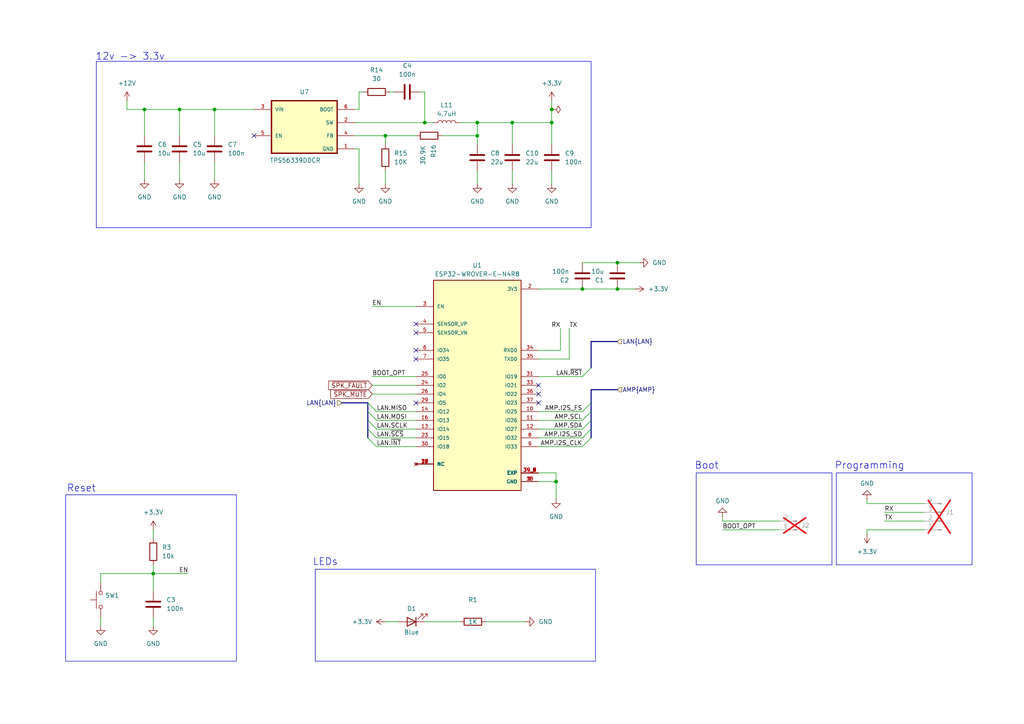
<source format=kicad_sch>
(kicad_sch (version 20250114) (generator "eeschema") (generator_version "9.0")
  (paper "A4")
  (lib_symbols
    (symbol "Connector:Conn_01x02_Pin" (pin_names (offset 1.016) (hide yes))
      (property "Reference" "J" (at 0 2.54 0))
      (property "Value" "Conn_01x02_Pin" (at 0 -5.08 0))
      (symbol "Conn_01x02_Pin_1_1"
        (rectangle (start 0.8636 0.127) (end 0 -0.127) (stroke (width 0.1524)) (fill (type outline)))
        (rectangle (start 0.8636 -2.413) (end 0 -2.667) (stroke (width 0.1524)) (fill (type outline)))
        (polyline (pts (xy 1.27 0) (xy 0.8636 0)) (stroke (width 0.1524)))
        (polyline (pts (xy 1.27 -2.54) (xy 0.8636 -2.54)) (stroke (width 0.1524)))
        (pin passive line (at 5.08 0 180) (length 3.81) (name "Pin_1") (number "1"))
        (pin passive line (at 5.08 -2.54 180) (length 3.81) (name "Pin_2") (number "2"))
      )
    )
    (symbol "Connector:Conn_01x04_Pin" (pin_names (offset 1.016) (hide yes))
      (property "Reference" "J" (at 0 5.08 0))
      (property "Value" "Conn_01x04_Pin" (at 0 -7.62 0))
      (symbol "Conn_01x04_Pin_1_1"
        (rectangle (start 0.8636 2.667) (end 0 2.413) (stroke (width 0.1524)) (fill (type outline)))
        (rectangle (start 0.8636 0.127) (end 0 -0.127) (stroke (width 0.1524)) (fill (type outline)))
        (rectangle (start 0.8636 -2.413) (end 0 -2.667) (stroke (width 0.1524)) (fill (type outline)))
        (rectangle (start 0.8636 -4.953) (end 0 -5.207) (stroke (width 0.1524)) (fill (type outline)))
        (polyline (pts (xy 1.27 2.54) (xy 0.8636 2.54)) (stroke (width 0.1524)))
        (polyline (pts (xy 1.27 0) (xy 0.8636 0)) (stroke (width 0.1524)))
        (polyline (pts (xy 1.27 -2.54) (xy 0.8636 -2.54)) (stroke (width 0.1524)))
        (polyline (pts (xy 1.27 -5.08) (xy 0.8636 -5.08)) (stroke (width 0.1524)))
        (pin passive line (at 5.08 2.54 180) (length 3.81) (name "Pin_1") (number "1"))
        (pin passive line (at 5.08 0 180) (length 3.81) (name "Pin_2") (number "2"))
        (pin passive line (at 5.08 -2.54 180) (length 3.81) (name "Pin_3") (number "3"))
        (pin passive line (at 5.08 -5.08 180) (length 3.81) (name "Pin_4") (number "4"))
      )
    )
    (symbol "Device:C" (pin_numbers (hide yes)) (pin_names (offset 0.254))
      (property "Reference" "C" (at 0.635 2.54 0))
      (property "Value" "C" (at 0.635 -2.54 0))
      (symbol "C_0_1"
        (polyline (pts (xy -2.032 0.762) (xy 2.032 0.762)) (stroke (width 0.508)))
        (polyline (pts (xy -2.032 -0.762) (xy 2.032 -0.762)) (stroke (width 0.508)))
      )
      (symbol "C_1_1"
        (pin passive line (at 0 3.81 270) (length 2.794) (name "~") (number "1"))
        (pin passive line (at 0 -3.81 90) (length 2.794) (name "~") (number "2"))
      )
    )
    (symbol "Device:L" (pin_numbers (hide yes)) (pin_names (offset 1.016) (hide yes))
      (property "Reference" "L" (at -1.27 0 90))
      (property "Value" "L" (at 1.905 0 90))
      (symbol "L_0_1"
        (arc (start 0 2.54) (mid 0.6323 1.905) (end 0 1.27))
        (arc (start 0 1.27) (mid 0.6323 0.635) (end 0 0))
        (arc (start 0 0) (mid 0.6323 -0.635) (end 0 -1.27))
        (arc (start 0 -1.27) (mid 0.6323 -1.905) (end 0 -2.54))
      )
      (symbol "L_1_1"
        (pin passive line (at 0 3.81 270) (length 1.27) (name "1") (number "1"))
        (pin passive line (at 0 -3.81 90) (length 1.27) (name "2") (number "2"))
      )
    )
    (symbol "Device:LED" (pin_numbers (hide yes)) (pin_names (offset 1.016) (hide yes))
      (property "Reference" "D" (at 0 2.54 0))
      (property "Value" "LED" (at 0 -2.54 0))
      (symbol "LED_0_1"
        (polyline (pts (xy -3.048 -0.762) (xy -4.572 -2.286) (xy -3.81 -2.286) (xy -4.572 -2.286) (xy -4.572 -1.524)))
        (polyline (pts (xy -1.778 -0.762) (xy -3.302 -2.286) (xy -2.54 -2.286) (xy -3.302 -2.286) (xy -3.302 -1.524)))
        (polyline (pts (xy -1.27 0) (xy 1.27 0)))
        (polyline (pts (xy -1.27 -1.27) (xy -1.27 1.27)) (stroke (width 0.254)))
        (polyline (pts (xy 1.27 -1.27) (xy 1.27 1.27) (xy -1.27 0) (xy 1.27 -1.27)) (stroke (width 0.254)))
      )
      (symbol "LED_1_1"
        (pin passive line (at -3.81 0 0) (length 2.54) (name "K") (number "1"))
        (pin passive line (at 3.81 0 180) (length 2.54) (name "A") (number "2"))
      )
    )
    (symbol "Device:R" (pin_numbers (hide yes)) (pin_names (offset 0))
      (property "Reference" "R" (at 2.032 0 90))
      (property "Value" "R" (at 0 0 90))
      (symbol "R_0_1"
        (rectangle (start -1.016 -2.54) (end 1.016 2.54) (stroke (width 0.254)))
      )
      (symbol "R_1_1"
        (pin passive line (at 0 3.81 270) (length 1.27) (name "~") (number "1"))
        (pin passive line (at 0 -3.81 90) (length 1.27) (name "~") (number "2"))
      )
    )
    (symbol "SqueezeAMPPOE:ESP32-WROVER-E-N4R8" (pin_names (offset 1.016))
      (property "Reference" "U1" (at 0 34.798 0))
      (property "Value" "ESP32-WROVER-E-N4R8" (at 0 32.258 0))
      (symbol "ESP32-WROVER-E-N4R8_0_0"
        (rectangle (start -12.7 30.48) (end 12.7 -30.48) (stroke (width 0.254)) (fill (type background)))
        (pin input line (at -17.78 22.86 0) (length 5.08) (name "EN") (number "3"))
        (pin input line (at -17.78 17.78 0) (length 5.08) (name "SENSOR_VP") (number "4"))
        (pin input line (at -17.78 15.24 0) (length 5.08) (name "SENSOR_VN") (number "5"))
        (pin input line (at -17.78 10.16 0) (length 5.08) (name "IO34") (number "6"))
        (pin input line (at -17.78 7.62 0) (length 5.08) (name "IO35") (number "7"))
        (pin bidirectional line (at -17.78 2.54 0) (length 5.08) (name "IO0") (number "25"))
        (pin bidirectional line (at -17.78 0 0) (length 5.08) (name "IO2") (number "24"))
        (pin bidirectional line (at -17.78 -2.54 0) (length 5.08) (name "IO4") (number "26"))
        (pin bidirectional line (at -17.78 -5.08 0) (length 5.08) (name "IO5") (number "29"))
        (pin bidirectional line (at -17.78 -7.62 0) (length 5.08) (name "IO12") (number "14"))
        (pin bidirectional line (at -17.78 -10.16 0) (length 5.08) (name "IO13") (number "16"))
        (pin bidirectional line (at -17.78 -12.7 0) (length 5.08) (name "IO14") (number "13"))
        (pin bidirectional line (at -17.78 -15.24 0) (length 5.08) (name "IO15") (number "23"))
        (pin bidirectional line (at -17.78 -17.78 0) (length 5.08) (name "IO18") (number "30"))
        (pin no_connect line (at -17.78 -22.86 0) (length 5.08) (name "NC") (number "17"))
        (pin no_connect line (at -17.78 -22.86 0) (length 5.08) (name "NC") (number "18"))
        (pin no_connect line (at -17.78 -22.86 0) (length 5.08) (name "NC") (number "19"))
        (pin no_connect line (at -17.78 -22.86 0) (length 5.08) (name "NC") (number "20"))
        (pin no_connect line (at -17.78 -22.86 0) (length 5.08) (name "NC") (number "21"))
        (pin no_connect line (at -17.78 -22.86 0) (length 5.08) (name "NC") (number "22"))
        (pin no_connect line (at -17.78 -22.86 0) (length 5.08) (name "NC") (number "27"))
        (pin no_connect line (at -17.78 -22.86 0) (length 5.08) (name "NC") (number "28"))
        (pin no_connect line (at -17.78 -22.86 0) (length 5.08) (name "NC") (number "32"))
        (pin power_in line (at 17.78 27.94 180) (length 5.08) (name "3V3") (number "2"))
        (pin bidirectional line (at 17.78 10.16 180) (length 5.08) (name "RXD0") (number "34"))
        (pin bidirectional line (at 17.78 7.62 180) (length 5.08) (name "TXD0") (number "35"))
        (pin bidirectional line (at 17.78 2.54 180) (length 5.08) (name "IO19") (number "31"))
        (pin bidirectional line (at 17.78 0 180) (length 5.08) (name "IO21") (number "33"))
        (pin bidirectional line (at 17.78 -2.54 180) (length 5.08) (name "IO22") (number "36"))
        (pin bidirectional line (at 17.78 -5.08 180) (length 5.08) (name "IO23") (number "37"))
        (pin bidirectional line (at 17.78 -7.62 180) (length 5.08) (name "IO25") (number "10"))
        (pin bidirectional line (at 17.78 -10.16 180) (length 5.08) (name "IO26") (number "11"))
        (pin bidirectional line (at 17.78 -12.7 180) (length 5.08) (name "IO27") (number "12"))
        (pin bidirectional line (at 17.78 -15.24 180) (length 5.08) (name "IO32") (number "8"))
        (pin bidirectional line (at 17.78 -17.78 180) (length 5.08) (name "IO33") (number "9"))
        (pin power_in line (at 17.78 -25.4 180) (length 5.08) (name "EXP") (number "39_1"))
        (pin power_in line (at 17.78 -25.4 180) (length 5.08) (name "EXP") (number "39_2"))
        (pin power_in line (at 17.78 -25.4 180) (length 5.08) (name "EXP") (number "39_3"))
        (pin power_in line (at 17.78 -25.4 180) (length 5.08) (name "EXP") (number "39_4"))
        (pin power_in line (at 17.78 -25.4 180) (length 5.08) (name "EXP") (number "39_5"))
        (pin power_in line (at 17.78 -25.4 180) (length 5.08) (name "EXP") (number "39_6"))
        (pin power_in line (at 17.78 -25.4 180) (length 5.08) (name "EXP") (number "39_7"))
        (pin power_in line (at 17.78 -25.4 180) (length 5.08) (name "EXP") (number "39_8"))
        (pin power_in line (at 17.78 -25.4 180) (length 5.08) (name "EXP") (number "39_9"))
        (pin power_in line (at 17.78 -27.94 180) (length 5.08) (name "GND") (number "1"))
        (pin power_in line (at 17.78 -27.94 180) (length 5.08) (name "GND") (number "15"))
        (pin power_in line (at 17.78 -27.94 180) (length 5.08) (name "GND") (number "38"))
      )
    )
    (symbol "Switch:SW_Push" (pin_numbers (hide yes)) (pin_names (offset 1.016) (hide yes))
      (property "Reference" "SW" (at 1.27 2.54 0))
      (property "Value" "SW_Push" (at 0 -1.524 0))
      (symbol "SW_Push_0_1"
        (circle (center -2.032 0) (radius 0.508))
        (polyline (pts (xy 0 1.27) (xy 0 3.048)))
        (circle (center 2.032 0) (radius 0.508))
        (polyline (pts (xy 2.54 1.27) (xy -2.54 1.27)))
        (pin passive line (at -5.08 0 0) (length 2.54) (name "1") (number "1"))
        (pin passive line (at 5.08 0 180) (length 2.54) (name "2") (number "2"))
      )
    )
    (symbol "power:+12V" (power) (pin_numbers (hide yes)) (pin_names (offset 0) (hide yes))
      (property "Value" "+12V" (at 0 3.556 0))
      (symbol "+12V_0_1"
        (polyline (pts (xy -0.762 1.27) (xy 0 2.54)))
        (polyline (pts (xy 0 2.54) (xy 0.762 1.27)))
        (polyline (pts (xy 0 0) (xy 0 2.54)))
      )
      (symbol "+12V_1_1"
        (pin power_in line (at 0 0 90) (length 0) (name "~") (number "1"))
      )
    )
    (symbol "power:+3.3V" (power) (pin_numbers (hide yes)) (pin_names (offset 0) (hide yes))
      (property "Value" "+3.3V" (at 0 3.556 0))
      (symbol "+3.3V_0_1"
        (polyline (pts (xy -0.762 1.27) (xy 0 2.54)))
        (polyline (pts (xy 0 2.54) (xy 0.762 1.27)))
        (polyline (pts (xy 0 0) (xy 0 2.54)))
      )
      (symbol "+3.3V_1_1"
        (pin power_in line (at 0 0 90) (length 0) (name "~") (number "1"))
      )
    )
    (symbol "power:GND" (power) (pin_numbers (hide yes)) (pin_names (offset 0) (hide yes))
      (property "Value" "GND" (at 0 -3.81 0))
      (symbol "GND_0_1"
        (polyline (pts (xy 0 0) (xy 0 -1.27) (xy 1.27 -1.27) (xy 0 -2.54) (xy -1.27 -1.27) (xy 0 -1.27)))
      )
      (symbol "GND_1_1"
        (pin power_in line (at 0 0 270) (length 0) (name "~") (number "1"))
      )
    )
    (symbol "power:PWR_FLAG" (power) (pin_numbers (hide yes)) (pin_names (offset 0) (hide yes))
      (property "Value" "PWR_FLAG" (at 0 3.81 0))
      (symbol "PWR_FLAG_0_0"
        (pin power_out line (at 0 0 90) (length 0) (name "~") (number "1"))
      )
      (symbol "PWR_FLAG_0_1"
        (polyline (pts (xy 0 0) (xy 0 1.27) (xy -1.016 1.905) (xy 0 2.54) (xy 1.016 1.905) (xy 0 1.27)))
      )
    )
    (symbol "tasgdo:TPS56339DDCR" (pin_names (offset 1.016))
      (property "Reference" "U" (at -10.414 11.176 0))
      (symbol "TPS56339DDCR_0_0"
        (rectangle (start -10.16 10.16) (end 8.89 -5.08) (stroke (width 0.41)) (fill (type background)))
        (pin input line (at -15.24 7.62 0) (length 5.08) (name "VIN") (number "3"))
        (pin input line (at -15.24 0 0) (length 5.08) (name "EN") (number "5"))
        (pin output line (at 13.97 7.62 180) (length 5.08) (name "BOOT") (number "6"))
        (pin output line (at 13.97 3.81 180) (length 5.08) (name "SW") (number "2"))
        (pin input line (at 13.97 0 180) (length 5.08) (name "FB") (number "4"))
        (pin power_in line (at 13.97 -3.81 180) (length 5.08) (name "GND") (number "1"))
      )
    )
  )
  (bus_alias "AMP" (members "I2S_CLK" "I2S_SD" "I2S_FS" "SCL" "SDA"))
  (rectangle (start 201.93 137.16) (end 241.3 163.83))
  (rectangle (start 91.44 165.1) (end 172.72 191.77))
  (rectangle (start 27.94 17.78) (end 171.45 66.04))
  (rectangle (start 242.57 137.16) (end 281.94 163.83))
  (rectangle (start 19.05 143.51) (end 68.58 191.77))
  (text "Boot" (at 204.978 135.128 0) (effects (font (size 2.032 2.032))))
  (text "LEDs" (at 90.678 163.068 0) (effects (font (size 2.032 2.032)) (justify left)))
  (text "12v -> 3.3v" (at 27.686 16.51 0) (effects (font (size 2.032 2.032)) (justify left)))
  (text "Reset" (at 23.622 141.732 0) (effects (font (size 2.032 2.032))))
  (text "Programming" (at 252.222 135.128 0) (effects (font (size 2.032 2.032))))
  (junction (at 148.59 35.56))
  (junction (at 111.76 39.37))
  (junction (at 161.29 139.7))
  (junction (at 138.43 35.56))
  (junction (at 160.02 31.75))
  (junction (at 44.45 166.37))
  (junction (at 160.02 35.56))
  (junction (at 123.19 35.56))
  (junction (at 168.91 83.82))
  (junction (at 179.07 83.82))
  (junction (at 41.91 31.75))
  (junction (at 138.43 39.37))
  (junction (at 52.07 31.75))
  (junction (at 179.07 76.2))
  (junction (at 62.23 31.75))
  (no_connect (at 120.65 93.98))
  (no_connect (at 120.65 104.14))
  (no_connect (at 156.21 114.3))
  (no_connect (at 120.65 101.6))
  (no_connect (at 156.21 111.76))
  (no_connect (at 120.65 116.84))
  (no_connect (at 120.65 96.52))
  (no_connect (at 73.66 39.37))
  (no_connect (at 156.21 116.84))
  (bus_entry (at 106.68 116.84) (size 2.54 2.54))
  (bus_entry (at 106.68 127) (size 2.54 2.54))
  (bus_entry (at 168.91 127) (size 2.54 -2.54))
  (bus_entry (at 168.91 121.92) (size 2.54 -2.54))
  (bus_entry (at 171.45 106.68) (size -2.54 2.54))
  (bus_entry (at 168.91 124.46) (size 2.54 -2.54))
  (bus_entry (at 168.91 119.38) (size 2.54 -2.54))
  (bus_entry (at 106.68 124.46) (size 2.54 2.54))
  (bus_entry (at 106.68 121.92) (size 2.54 2.54))
  (bus_entry (at 168.91 129.54) (size 2.54 -2.54))
  (bus_entry (at 106.68 119.38) (size 2.54 2.54))
  (wire (pts (xy 111.76 39.37) (xy 120.65 39.37)))
  (wire (pts (xy 115.57 180.34) (xy 111.76 180.34)))
  (bus (pts (xy 171.45 113.03) (xy 179.07 113.03)))
  (bus (pts (xy 179.07 99.06) (xy 171.45 99.06)))
  (wire (pts (xy 52.07 31.75) (xy 52.07 39.37)))
  (bus (pts (xy 171.45 127) (xy 171.45 124.46)))
  (wire (pts (xy 161.29 139.7) (xy 161.29 144.78)))
  (wire (pts (xy 107.95 109.22) (xy 120.65 109.22)))
  (wire (pts (xy 156.21 137.16) (xy 161.29 137.16)))
  (wire (pts (xy 109.22 119.38) (xy 120.65 119.38)))
  (wire (pts (xy 251.46 146.05) (xy 267.97 146.05)))
  (wire (pts (xy 179.07 83.82) (xy 168.91 83.82)))
  (wire (pts (xy 104.14 53.34) (xy 104.14 43.18)))
  (wire (pts (xy 209.55 153.67) (xy 226.06 153.67)))
  (wire (pts (xy 109.22 124.46) (xy 120.65 124.46)))
  (wire (pts (xy 133.35 35.56) (xy 138.43 35.56)))
  (wire (pts (xy 104.14 43.18) (xy 102.87 43.18)))
  (wire (pts (xy 160.02 29.21) (xy 160.02 31.75)))
  (wire (pts (xy 156.21 119.38) (xy 168.91 119.38)))
  (wire (pts (xy 102.87 39.37) (xy 111.76 39.37)))
  (wire (pts (xy 162.56 95.25) (xy 162.56 101.6)))
  (wire (pts (xy 107.95 88.9) (xy 120.65 88.9)))
  (wire (pts (xy 156.21 124.46) (xy 168.91 124.46)))
  (wire (pts (xy 36.83 31.75) (xy 41.91 31.75)))
  (wire (pts (xy 41.91 31.75) (xy 41.91 39.37)))
  (bus (pts (xy 171.45 119.38) (xy 171.45 116.84)))
  (wire (pts (xy 62.23 31.75) (xy 73.66 31.75)))
  (wire (pts (xy 104.14 26.67) (xy 104.14 31.75)))
  (wire (pts (xy 138.43 35.56) (xy 148.59 35.56)))
  (wire (pts (xy 41.91 31.75) (xy 52.07 31.75)))
  (wire (pts (xy 109.22 129.54) (xy 120.65 129.54)))
  (wire (pts (xy 156.21 129.54) (xy 168.91 129.54)))
  (wire (pts (xy 109.22 127) (xy 120.65 127)))
  (wire (pts (xy 128.27 39.37) (xy 138.43 39.37)))
  (wire (pts (xy 156.21 127) (xy 168.91 127)))
  (wire (pts (xy 120.65 114.3) (xy 107.95 114.3)))
  (wire (pts (xy 160.02 49.53) (xy 160.02 53.34)))
  (wire (pts (xy 120.65 111.76) (xy 107.95 111.76)))
  (wire (pts (xy 62.23 46.99) (xy 62.23 52.07)))
  (wire (pts (xy 29.21 166.37) (xy 44.45 166.37)))
  (bus (pts (xy 106.68 124.46) (xy 106.68 121.92)))
  (wire (pts (xy 121.92 26.67) (xy 123.19 26.67)))
  (wire (pts (xy 138.43 49.53) (xy 138.43 53.34)))
  (wire (pts (xy 138.43 35.56) (xy 138.43 39.37)))
  (wire (pts (xy 104.14 26.67) (xy 105.41 26.67)))
  (wire (pts (xy 251.46 144.78) (xy 251.46 146.05)))
  (wire (pts (xy 165.1 95.25) (xy 165.1 104.14)))
  (wire (pts (xy 29.21 166.37) (xy 29.21 168.91)))
  (bus (pts (xy 106.68 127) (xy 106.68 124.46)))
  (wire (pts (xy 256.54 148.59) (xy 267.97 148.59)))
  (bus (pts (xy 171.45 124.46) (xy 171.45 121.92)))
  (wire (pts (xy 140.97 180.34) (xy 152.4 180.34)))
  (bus (pts (xy 171.45 116.84) (xy 171.45 113.03)))
  (wire (pts (xy 102.87 35.56) (xy 123.19 35.56)))
  (wire (pts (xy 160.02 35.56) (xy 160.02 41.91)))
  (wire (pts (xy 123.19 35.56) (xy 125.73 35.56)))
  (wire (pts (xy 113.03 26.67) (xy 114.3 26.67)))
  (bus (pts (xy 171.45 121.92) (xy 171.45 119.38)))
  (wire (pts (xy 62.23 31.75) (xy 62.23 39.37)))
  (wire (pts (xy 179.07 76.2) (xy 168.91 76.2)))
  (wire (pts (xy 36.83 29.21) (xy 36.83 31.75)))
  (wire (pts (xy 52.07 31.75) (xy 62.23 31.75)))
  (bus (pts (xy 106.68 121.92) (xy 106.68 119.38)))
  (wire (pts (xy 148.59 35.56) (xy 160.02 35.56)))
  (wire (pts (xy 102.87 31.75) (xy 104.14 31.75)))
  (wire (pts (xy 256.54 151.13) (xy 267.97 151.13)))
  (wire (pts (xy 44.45 166.37) (xy 44.45 171.45)))
  (wire (pts (xy 185.42 76.2) (xy 179.07 76.2)))
  (wire (pts (xy 44.45 153.67) (xy 44.45 156.21)))
  (wire (pts (xy 251.46 153.67) (xy 251.46 154.94)))
  (wire (pts (xy 138.43 39.37) (xy 138.43 41.91)))
  (wire (pts (xy 168.91 83.82) (xy 156.21 83.82)))
  (wire (pts (xy 165.1 104.14) (xy 156.21 104.14)))
  (bus (pts (xy 99.06 116.84) (xy 106.68 116.84)))
  (wire (pts (xy 251.46 153.67) (xy 267.97 153.67)))
  (wire (pts (xy 160.02 31.75) (xy 160.02 35.56)))
  (wire (pts (xy 156.21 139.7) (xy 161.29 139.7)))
  (wire (pts (xy 156.21 109.22) (xy 168.91 109.22)))
  (wire (pts (xy 156.21 121.92) (xy 168.91 121.92)))
  (wire (pts (xy 148.59 35.56) (xy 148.59 41.91)))
  (wire (pts (xy 161.29 137.16) (xy 161.29 139.7)))
  (wire (pts (xy 209.55 151.13) (xy 226.06 151.13)))
  (wire (pts (xy 109.22 121.92) (xy 120.65 121.92)))
  (wire (pts (xy 44.45 179.07) (xy 44.45 181.61)))
  (wire (pts (xy 41.91 46.99) (xy 41.91 52.07)))
  (wire (pts (xy 123.19 180.34) (xy 133.35 180.34)))
  (wire (pts (xy 44.45 163.83) (xy 44.45 166.37)))
  (wire (pts (xy 29.21 179.07) (xy 29.21 181.61)))
  (wire (pts (xy 44.45 166.37) (xy 54.61 166.37)))
  (wire (pts (xy 111.76 39.37) (xy 111.76 41.91)))
  (wire (pts (xy 111.76 49.53) (xy 111.76 53.34)))
  (wire (pts (xy 52.07 46.99) (xy 52.07 52.07)))
  (wire (pts (xy 123.19 26.67) (xy 123.19 35.56)))
  (wire (pts (xy 162.56 101.6) (xy 156.21 101.6)))
  (bus (pts (xy 171.45 106.68) (xy 171.45 99.06)))
  (bus (pts (xy 106.68 119.38) (xy 106.68 116.84)))
  (wire (pts (xy 184.15 83.82) (xy 179.07 83.82)))
  (wire (pts (xy 209.55 149.86) (xy 209.55 151.13)))
  (wire (pts (xy 148.59 49.53) (xy 148.59 53.34)))
  (label "LAN.MOSI" (at 109.22 121.92 0))
  (label "LAN.SCLK" (at 109.22 124.46 0))
  (label "EN" (at 107.95 88.9 0))
  (label "BOOT_OPT" (at 107.95 109.22 0))
  (label "AMP.SCL" (at 168.91 121.92 180))
  (label "LAN.~{SCS}" (at 109.22 127 0))
  (label "LAN.~{INT}" (at 109.22 129.54 0))
  (label "BOOT_OPT" (at 209.55 153.67 0))
  (label "AMP.I2S_FS" (at 168.91 119.38 180))
  (label "EN" (at 54.61 166.37 180))
  (label "RX" (at 162.56 95.25 180))
  (label "LAN.MISO" (at 109.22 119.38 0))
  (label "AMP.I2S_SD" (at 168.91 127 180))
  (label "TX" (at 165.1 95.25 0))
  (label "TX" (at 256.54 151.13 0))
  (label "LAN.~{RST}" (at 168.91 109.22 180))
  (label "AMP.SDA" (at 168.91 124.46 180))
  (label "RX" (at 256.54 148.59 0))
  (label "AMP.I2S_CLK" (at 168.91 129.54 180))
  (global_label "~{SPK_FAULT}" (shape input) (at 107.95 111.76 180) (property "Intersheetrefs" "${INTERSHEET_REFS}" (effects (hide yes))))
  (global_label "~{SPK_MUTE}" (shape input) (at 107.95 114.3 180) (property "Intersheetrefs" "${INTERSHEET_REFS}" (effects (hide yes))))
  (hierarchical_label "LAN{LAN}" (shape input) (at 179.07 99.06 0))
  (hierarchical_label "AMP{AMP}" (shape input) (at 179.07 113.03 0))
  (hierarchical_label "LAN{LAN}" (shape input) (at 99.06 116.84 180))
  (symbol (lib_id "power:PWR_FLAG") (at 160.02 31.75 270) (unit 1)
    (property "Reference" "#FLG03" (effects (hide yes)))
    (property "Value" "PWR_FLAG" (effects (hide yes)))
    (property "Description" "Special symbol for telling ERC where power comes from" (effects (hide yes)))
  )
  (symbol (lib_id "power:+3.3V") (at 44.45 153.67 0) (unit 1)
    (property "Reference" "#PWR09" (effects (hide yes)))
    (property "Value" "+3.3V" (at 44.45 148.59 0))
    (property "Description" "Power symbol creates a global label with name \"+3.3V\"" (effects (hide yes)))
  )
  (symbol (lib_id "Device:R") (at 124.46 39.37 90) (unit 1)
    (property "Reference" "R16" (at 125.7301 41.91 0) (effects (justify right)))
    (property "Value" "30.9K" (at 122.682 42.164 0) (effects (justify right)))
    (property "Footprint" "Resistor_SMD:R_0603_1608Metric" (effects (hide yes)))
    (property "Datasheet" "https://wmsc.lcsc.com/wmsc/upload/file/pdf/v2/lcsc/1912111437_PANASONIC-ERJ3EKF3092V_C400664.pdf" (effects (hide yes)))
    (property "Description" "100mW Thick Film Resistors ±100ppm/℃ ±1% 30.9kΩ 0603  Chip Resistor - Surface Mount ROHS" (effects (hide yes)))
    (property "Manufacturer" "PANASONIC" (effects (hide yes)))
    (property "MPN" "ERJ3EKF3092V" (effects (hide yes)))
    (property "JLCPCB Part #" "C400664" (effects (hide yes)))
  )
  (symbol (lib_id "power:GND") (at 111.76 53.34 0) (unit 1)
    (property "Reference" "#PWR043" (effects (hide yes)))
    (property "Value" "GND" (at 111.76 58.42 0))
    (property "Description" "Power symbol creates a global label with name \"GND\" , ground" (effects (hide yes)))
  )
  (symbol (lib_id "Device:R") (at 109.22 26.67 90) (unit 1)
    (property "Reference" "R14" (at 109.22 20.32 90))
    (property "Value" "30" (at 109.22 22.86 90))
    (property "Footprint" "Resistor_SMD:R_0603_1608Metric" (effects (hide yes)))
    (property "Datasheet" "https://www.lcsc.com/datasheet/lcsc_datasheet_2304140030_PANASONIC-ERJ3EKF30R0V_C403150.pdf" (effects (hide yes)))
    (property "Description" "100mW Thick Film Resistors ±100ppm/℃ ±1% 30Ω 0603 Chip Resistor - Surface Mount ROHS" (effects (hide yes)))
    (property "Manufacturer" "PANASONIC" (effects (hide yes)))
    (property "MPN" "ERJ3EKF30R0V" (effects (hide yes)))
    (property "JLCPCB Part #" "C403150" (effects (hide yes)))
  )
  (symbol (lib_id "power:+12V") (at 36.83 29.21 0) (unit 1)
    (property "Reference" "#PWR012" (effects (hide yes)))
    (property "Value" "+12V" (at 36.83 24.13 0))
    (property "Description" "Power symbol creates a global label with name \"+12V\"" (effects (hide yes)))
  )
  (symbol (lib_id "Device:C") (at 118.11 26.67 90) (unit 1)
    (property "Reference" "C4" (at 118.11 19.05 90))
    (property "Value" "100n" (at 118.11 21.59 90))
    (property "Footprint" "Capacitor_SMD:C_0603_1608Metric" (effects (hide yes)))
    (property "Datasheet" "https://www.lcsc.com/datasheet/lcsc_datasheet_2304140030_Samsung-Electro-Mechanics-CL10B104KB8NNNC_C1591.pdf" (effects (hide yes)))
    (property "Description" "50V 100nF X7R ±10% 0603 Multilayer Ceramic Capacitors MLCC - SMD/SMT ROHS" (effects (hide yes)))
    (property "Manufacturer" "Samsung Electro-Mechanics" (effects (hide yes)))
    (property "MPN" "CL10B104KB8NNNC" (effects (hide yes)))
    (property "JLCPCB Part #" "C1591" (effects (hide yes)))
  )
  (symbol (lib_id "Device:R") (at 111.76 45.72 180) (unit 1)
    (property "Reference" "R15" (at 114.3 44.4499 0) (effects (justify right)))
    (property "Value" "10K" (at 114.3 46.9899 0) (effects (justify right)))
    (property "Footprint" "Resistor_SMD:R_0603_1608Metric" (effects (hide yes)))
    (property "Datasheet" "https://wmsc.lcsc.com/wmsc/upload/file/pdf/v2/lcsc/2304140030_BOURNS-CR0603AFX-1002EAS_C2091877.pdf" (effects (hide yes)))
    (property "Description" "100mW Thick Film Resistors 75V ±100ppm/℃ ±1% 10kΩ 0603  Chip Resistor - Surface Mount ROHS" (effects (hide yes)))
    (property "Manufacturer" "BOURNS" (effects (hide yes)))
    (property "MPN" "CR0603AFX-1002EAS" (effects (hide yes)))
    (property "JLCPCB Part #" "C2091877" (effects (hide yes)))
  )
  (symbol (lib_id "Device:C") (at 160.02 45.72 180) (unit 1)
    (property "Reference" "C9" (at 163.83 44.4499 0) (effects (justify right)))
    (property "Value" "100n" (at 163.83 46.9899 0) (effects (justify right)))
    (property "Footprint" "Capacitor_SMD:C_0603_1608Metric" (effects (hide yes)))
    (property "Datasheet" "https://www.lcsc.com/datasheet/lcsc_datasheet_2304140030_Samsung-Electro-Mechanics-CL10B104KB8NNNC_C1591.pdf" (effects (hide yes)))
    (property "Description" "50V 100nF X7R ±10% 0603 Multilayer Ceramic Capacitors MLCC - SMD/SMT ROHS" (effects (hide yes)))
    (property "Manufacturer" "Samsung Electro-Mechanics" (effects (hide yes)))
    (property "MPN" "CL10B104KB8NNNC" (effects (hide yes)))
    (property "JLCPCB Part #" "C1591" (effects (hide yes)))
  )
  (symbol (lib_id "power:GND") (at 52.07 52.07 0) (unit 1)
    (property "Reference" "#PWR040" (effects (hide yes)))
    (property "Value" "GND" (at 52.07 57.15 0))
    (property "Description" "Power symbol creates a global label with name \"GND\" , ground" (effects (hide yes)))
  )
  (symbol (lib_id "Connector:Conn_01x04_Pin") (at 273.05 151.13 180) (unit 1) (in_bom no) (dnp yes)
    (property "Reference" "J1" (at 274.32 148.5899 0) (effects (justify right)))
    (property "Value" "Conn_01x04_Pin" (effects (hide yes)))
    (property "Footprint" "Connector_PinHeader_2.54mm:PinHeader_1x04_P2.54mm_Vertical" (effects (hide yes)))
    (property "Description" "Generic connector, single row, 01x04, script generated" (effects (hide yes)))
  )
  (symbol (lib_id "Device:C") (at 62.23 43.18 180) (unit 1)
    (property "Reference" "C7" (at 66.04 41.9099 0) (effects (justify right)))
    (property "Value" "100n" (at 66.04 44.4499 0) (effects (justify right)))
    (property "Footprint" "Capacitor_SMD:C_0603_1608Metric" (effects (hide yes)))
    (property "Datasheet" "https://www.lcsc.com/datasheet/lcsc_datasheet_2304140030_Samsung-Electro-Mechanics-CL10B104KB8NNNC_C1591.pdf" (effects (hide yes)))
    (property "Description" "50V 100nF X7R ±10% 0603 Multilayer Ceramic Capacitors MLCC - SMD/SMT ROHS" (effects (hide yes)))
    (property "Manufacturer" "Samsung Electro-Mechanics" (effects (hide yes)))
    (property "MPN" "CL10B104KB8NNNC" (effects (hide yes)))
    (property "JLCPCB Part #" "C1591" (effects (hide yes)))
  )
  (symbol (lib_id "Device:R") (at 44.45 160.02 0) (unit 1)
    (property "Reference" "R3" (at 46.99 158.7499 0) (effects (justify left)))
    (property "Value" "10k" (at 46.99 161.2899 0) (effects (justify left)))
    (property "Footprint" "Resistor_SMD:R_0603_1608Metric" (effects (hide yes)))
    (property "Datasheet" "https://wmsc.lcsc.com/wmsc/upload/file/pdf/v2/lcsc/2304140030_BOURNS-CR0603AFX-1002EAS_C2091877.pdf" (effects (hide yes)))
    (property "Description" "100mW Thick Film Resistors 75V ±100ppm/℃ ±1% 10kΩ 0603  Chip Resistor - Surface Mount ROHS" (effects (hide yes)))
    (property "Manufacturer" "BOURNS" (effects (hide yes)))
    (property "MPN" "CR0603AFX-1002EAS" (effects (hide yes)))
    (property "JLCPCB Part #" "C2091877" (effects (hide yes)))
  )
  (symbol (lib_id "Device:R") (at 137.16 180.34 90) (unit 1)
    (property "Reference" "R1" (at 137.16 173.99 90))
    (property "Value" "1K" (at 137.16 180.34 90))
    (property "Footprint" "Resistor_SMD:R_0603_1608Metric" (effects (hide yes)))
    (property "Datasheet" "https://www.lcsc.com/datasheet/lcsc_datasheet_2304140030_PANASONIC-ERJ3GEYJ102V_C180848.pdf" (effects (hide yes)))
    (property "Description" "100mW Thick Film Resistors 150V ±5% ±200ppm/℃ 1kΩ 0603 Chip Resistor - Surface Mount ROHS" (effects (hide yes)))
    (property "Manufacturer" "PANASONIC" (effects (hide yes)))
    (property "MPN" "ERJ3GEYJ102V" (effects (hide yes)))
    (property "JLCPCB Part #" "C180848" (effects (hide yes)))
  )
  (symbol (lib_id "power:GND") (at 209.55 149.86 180) (unit 1)
    (property "Reference" "#PWR016" (effects (hide yes)))
    (property "Value" "GND" (at 207.518 145.288 0) (effects (justify right)))
    (property "Description" "Power symbol creates a global label with name \"GND\" , ground" (effects (hide yes)))
  )
  (symbol (lib_id "Device:C") (at 41.91 43.18 180) (unit 1)
    (property "Reference" "C6" (at 45.72 41.9099 0) (effects (justify right)))
    (property "Value" "10u" (at 45.72 44.4499 0) (effects (justify right)))
    (property "Footprint" "Capacitor_SMD:C_0603_1608Metric" (effects (hide yes)))
    (property "Datasheet" "https://www.lcsc.com/datasheet/lcsc_datasheet_2304140030_Samsung-Electro-Mechanics-CL10A106MA8NRNC_C96446.pdf" (effects (hide yes)))
    (property "Description" "25V 10uF X5R ±20% 0603 Multilayer Ceramic Capacitors MLCC - SMD/SMT ROHS" (effects (hide yes)))
    (property "Manufacturer" "Samsung Electro-Mechanics" (effects (hide yes)))
    (property "MPN" "CL10A106MA8NRNC" (effects (hide yes)))
    (property "JLCPCB Part #" "C96446" (effects (hide yes)))
  )
  (symbol (lib_id "Device:C") (at 44.45 175.26 0) (unit 1)
    (property "Reference" "C3" (at 48.26 173.9899 0) (effects (justify left)))
    (property "Value" "100n" (at 48.26 176.5299 0) (effects (justify left)))
    (property "Footprint" "Capacitor_SMD:C_0603_1608Metric" (effects (hide yes)))
    (property "Datasheet" "https://www.lcsc.com/datasheet/lcsc_datasheet_2304140030_Samsung-Electro-Mechanics-CL10B104KB8NNNC_C1591.pdf" (effects (hide yes)))
    (property "Description" "50V 100nF X7R ±10% 0603 Multilayer Ceramic Capacitors MLCC - SMD/SMT ROHS" (effects (hide yes)))
    (property "Manufacturer" "Samsung Electro-Mechanics" (effects (hide yes)))
    (property "MPN" "CL10B104KB8NNNC" (effects (hide yes)))
    (property "JLCPCB Part #" "C1591" (effects (hide yes)))
  )
  (symbol (lib_id "power:+3.3V") (at 184.15 83.82 270) (unit 1)
    (property "Reference" "#PWR02" (effects (hide yes)))
    (property "Value" "+3.3V" (at 187.96 83.8201 90) (effects (justify left)))
    (property "Description" "Power symbol creates a global label with name \"+3.3V\"" (effects (hide yes)))
  )
  (symbol (lib_id "Device:C") (at 52.07 43.18 180) (unit 1)
    (property "Reference" "C5" (at 55.88 41.9099 0) (effects (justify right)))
    (property "Value" "10u" (at 55.88 44.4499 0) (effects (justify right)))
    (property "Footprint" "Capacitor_SMD:C_0603_1608Metric" (effects (hide yes)))
    (property "Datasheet" "https://www.lcsc.com/datasheet/lcsc_datasheet_2304140030_Samsung-Electro-Mechanics-CL10A106MA8NRNC_C96446.pdf" (effects (hide yes)))
    (property "Description" "25V 10uF X5R ±20% 0603 Multilayer Ceramic Capacitors MLCC - SMD/SMT ROHS" (effects (hide yes)))
    (property "Manufacturer" "Samsung Electro-Mechanics" (effects (hide yes)))
    (property "MPN" "CL10A106MA8NRNC" (effects (hide yes)))
    (property "JLCPCB Part #" "C96446" (effects (hide yes)))
  )
  (symbol (lib_id "power:GND") (at 161.29 144.78 0) (unit 1)
    (property "Reference" "#PWR03" (effects (hide yes)))
    (property "Value" "GND" (at 161.29 149.86 0))
    (property "Description" "Power symbol creates a global label with name \"GND\" , ground" (effects (hide yes)))
  )
  (symbol (lib_id "tasgdo:TPS56339DDCR") (at 88.9 39.37 0) (unit 1)
    (property "Reference" "U7" (at 88.265 26.67 0))
    (property "Value" "TPS56339DDCR" (at 78.232 47.244 0) (effects (justify left bottom)))
    (property "Footprint" "SqueezeAMPPOE:TPS56339DDCR" (effects (hide yes)))
    (property "Datasheet" "https://www.ti.com/lit/ds/symlink/tps56339.pdf?ts=1735656522111&ref_url=https%253A%252F%252Fwww.mouser.co.za%252F" (effects (hide yes)))
    (property "Description" "4.5-V to 24-V input, 3-A output synchronous buck converter" (effects (hide yes)))
    (property "Manufacturer" "Texas Instruments" (effects (hide yes)))
    (property "MPN" "TPS56339DDCR" (effects (hide yes)))
    (property "JLCPCB Part #" "C2071106" (effects (hide yes)))
  )
  (symbol (lib_id "Device:C") (at 138.43 45.72 180) (unit 1)
    (property "Reference" "C8" (at 142.24 44.4499 0) (effects (justify right)))
    (property "Value" "22u" (at 142.24 46.9899 0) (effects (justify right)))
    (property "Footprint" "Capacitor_SMD:C_0603_1608Metric" (effects (hide yes)))
    (property "Datasheet" "https://jlcpcb.com/api/file/downloadByFileSystemAccessId/8555544417670705152" (effects (hide yes)))
    (property "Description" "6.3V 22uF X5R ±20% 0603 Multilayer Ceramic Capacitors MLCC - SMD/SMT ROHS" (effects (hide yes)))
    (property "Manufacturer" "Samsung Electro-Mechanics" (effects (hide yes)))
    (property "MPN" "CL10A226MQ8NRNC" (effects (hide yes)))
    (property "JLCPCB Part #" "C59461" (effects (hide yes)))
  )
  (symbol (lib_id "Device:C") (at 168.91 80.01 180) (unit 1)
    (property "Reference" "C2" (at 165.1 81.2801 0) (effects (justify left)))
    (property "Value" "100n" (at 165.1 78.7401 0) (effects (justify left)))
    (property "Footprint" "Capacitor_SMD:C_0603_1608Metric" (effects (hide yes)))
    (property "Datasheet" "https://www.lcsc.com/datasheet/lcsc_datasheet_2304140030_Samsung-Electro-Mechanics-CL10B104KB8NNNC_C1591.pdf" (effects (hide yes)))
    (property "Description" "50V 100nF X7R ±10% 0603 Multilayer Ceramic Capacitors MLCC - SMD/SMT ROHS" (effects (hide yes)))
    (property "Manufacturer" "Samsung Electro-Mechanics" (effects (hide yes)))
    (property "MPN" "CL10B104KB8NNNC" (effects (hide yes)))
    (property "JLCPCB Part #" "C1591" (effects (hide yes)))
  )
  (symbol (lib_id "Device:L") (at 129.54 35.56 90) (unit 1)
    (property "Reference" "L11" (at 129.54 30.48 90))
    (property "Value" "4.7uH" (at 129.54 33.02 90))
    (property "Footprint" "SqueezeAMPPOE:YSPI0530" (effects (hide yes)))
    (property "Datasheet" "https://wmsc.lcsc.com/wmsc/upload/file/pdf/v2/lcsc/2304140030_YJYCOIN-YSPI0530-4R7M_C351098.pdf" (effects (hide yes)))
    (property "Description" "Inductor" (effects (hide yes)))
    (property "Manufacturer" "YJYCOIN" (effects (hide yes)))
    (property "MPN" "YSPI0530-4R7M" (effects (hide yes)))
    (property "JLCPCB Part #" "C351098" (effects (hide yes)))
  )
  (symbol (lib_id "Device:C") (at 179.07 80.01 180) (unit 1)
    (property "Reference" "C1" (at 175.26 81.2801 0) (effects (justify left)))
    (property "Value" "10u" (at 175.26 78.7401 0) (effects (justify left)))
    (property "Footprint" "Capacitor_SMD:C_0603_1608Metric" (effects (hide yes)))
    (property "Datasheet" "https://www.lcsc.com/datasheet/lcsc_datasheet_2304140030_Samsung-Electro-Mechanics-CL10A106MA8NRNC_C96446.pdf" (effects (hide yes)))
    (property "Description" "25V 10uF X5R ±20% 0603 Multilayer Ceramic Capacitors MLCC - SMD/SMT ROHS" (effects (hide yes)))
    (property "Manufacturer" "Samsung Electro-Mechanics" (effects (hide yes)))
    (property "MPN" "CL10A106MA8NRNC" (effects (hide yes)))
    (property "JLCPCB Part #" "C96446" (effects (hide yes)))
  )
  (symbol (lib_id "power:+3.3V") (at 251.46 154.94 180) (unit 1)
    (property "Reference" "#PWR05" (effects (hide yes)))
    (property "Value" "+3.3V" (at 251.46 160.02 0))
    (property "Description" "Power symbol creates a global label with name \"+3.3V\"" (effects (hide yes)))
  )
  (symbol (lib_id "power:GND") (at 138.43 53.34 0) (unit 1)
    (property "Reference" "#PWR044" (effects (hide yes)))
    (property "Value" "GND" (at 138.43 58.42 0))
    (property "Description" "Power symbol creates a global label with name \"GND\" , ground" (effects (hide yes)))
  )
  (symbol (lib_id "power:GND") (at 148.59 53.34 0) (unit 1)
    (property "Reference" "#PWR045" (effects (hide yes)))
    (property "Value" "GND" (at 148.59 58.42 0))
    (property "Description" "Power symbol creates a global label with name \"GND\" , ground" (effects (hide yes)))
  )
  (symbol (lib_id "SqueezeAMPPOE:ESP32-WROVER-E-N4R8") (at 138.43 111.76 0) (unit 1)
    (property "Reference" "U1" (at 138.43 76.962 0))
    (property "Value" "ESP32-WROVER-E-N4R8" (at 138.43 79.502 0))
    (property "Footprint" "SqueezeAMPPOE:XCVR_ESP32-WROVER-E-N4R8" (effects (hide yes)))
    (property "Datasheet" "https://wmsc.lcsc.com/wmsc/upload/file/pdf/v2/lcsc/2207151200_Espressif-Systems-ESP32-WROVER-E-N8R8_C2973667.pdf" (effects (hide yes)))
    (property "Description" "Bluetooth, WiFi 802.11b/g/n, Bluetooth v4.2 +EDR Transceiver Module 2.4GHz ~ 2.5GHz PCB Trace Surface Mount" (effects (hide yes)))
    (property "Manufacturer" "Espressif Systems" (effects (hide yes)))
    (property "MPN" "ESP32-WROVER-E-N4R8" (effects (hide yes)))
    (property "JLCPCB Part #" "C967023" (effects (hide yes)))
  )
  (symbol (lib_id "Device:C") (at 148.59 45.72 180) (unit 1)
    (property "Reference" "C10" (at 152.4 44.4499 0) (effects (justify right)))
    (property "Value" "22u" (at 152.4 46.9899 0) (effects (justify right)))
    (property "Footprint" "Capacitor_SMD:C_0603_1608Metric" (effects (hide yes)))
    (property "Datasheet" "https://jlcpcb.com/api/file/downloadByFileSystemAccessId/8555544417670705152" (effects (hide yes)))
    (property "Description" "6.3V 22uF X5R ±20% 0603 Multilayer Ceramic Capacitors MLCC - SMD/SMT ROHS" (effects (hide yes)))
    (property "Manufacturer" "Samsung Electro-Mechanics" (effects (hide yes)))
    (property "MPN" "CL10A226MQ8NRNC" (effects (hide yes)))
    (property "JLCPCB Part #" "C59461" (effects (hide yes)))
  )
  (symbol (lib_id "power:GND") (at 185.42 76.2 90) (unit 1)
    (property "Reference" "#PWR01" (effects (hide yes)))
    (property "Value" "GND" (at 189.23 76.2001 90) (effects (justify right)))
    (property "Description" "Power symbol creates a global label with name \"GND\" , ground" (effects (hide yes)))
  )
  (symbol (lib_id "power:GND") (at 251.46 144.78 180) (unit 1)
    (property "Reference" "#PWR04" (effects (hide yes)))
    (property "Value" "GND" (at 249.428 140.208 0) (effects (justify right)))
    (property "Description" "Power symbol creates a global label with name \"GND\" , ground" (effects (hide yes)))
  )
  (symbol (lib_id "power:GND") (at 160.02 53.34 0) (unit 1)
    (property "Reference" "#PWR047" (effects (hide yes)))
    (property "Value" "GND" (at 160.02 58.42 0))
    (property "Description" "Power symbol creates a global label with name \"GND\" , ground" (effects (hide yes)))
  )
  (symbol (lib_id "power:GND") (at 62.23 52.07 0) (unit 1)
    (property "Reference" "#PWR041" (effects (hide yes)))
    (property "Value" "GND" (at 62.23 57.15 0))
    (property "Description" "Power symbol creates a global label with name \"GND\" , ground" (effects (hide yes)))
  )
  (symbol (lib_id "Device:LED") (at 119.38 180.34 180) (unit 1)
    (property "Reference" "D1" (at 119.38 176.53 0))
    (property "Value" "Blue" (at 119.38 183.388 0))
    (property "Footprint" "LED_SMD:LED_0603_1608Metric" (effects (hide yes)))
    (property "Datasheet" "https://jlcpcb.com/api/file/downloadByFileSystemAccessId/8588885231109066752" (effects (hide yes)))
    (property "Description" "20mA 104mcd Colorless transparent lens -20℃~+80℃ 465nm~475nm Blue 130° 75mW 3.3V 0603 LED Indication - Discrete ROHS" (effects (hide yes)))
    (property "MPN" "LTST-C191TBKT" (effects (hide yes)))
    (property "Manufacturer" "Lite-On" (effects (hide yes)))
    (property "JLCPCB Part #" "C99290" (effects (hide yes)))
  )
  (symbol (lib_id "power:GND") (at 152.4 180.34 90) (unit 1)
    (property "Reference" "#PWR07" (effects (hide yes)))
    (property "Value" "GND" (at 156.21 180.3399 90) (effects (justify right)))
    (property "Description" "Power symbol creates a global label with name \"GND\" , ground" (effects (hide yes)))
  )
  (symbol (lib_id "power:GND") (at 29.21 181.61 0) (unit 1)
    (property "Reference" "#PWR08" (effects (hide yes)))
    (property "Value" "GND" (at 29.21 186.69 0))
    (property "Description" "Power symbol creates a global label with name \"GND\" , ground" (effects (hide yes)))
  )
  (symbol (lib_id "Switch:SW_Push") (at 29.21 173.99 90) (unit 1)
    (property "Reference" "SW1" (at 30.48 172.7199 90) (effects (justify right)))
    (property "Value" "SW_Push" (effects (hide yes)))
    (property "Footprint" "SqueezeAMPPOE:K2-1109SP-B4SA-01" (effects (hide yes)))
    (property "Datasheet" "https://www.lcsc.com/datasheet/lcsc_datasheet_2108131530_Korean-Hroparts-Elec-K2-1109SP-B4SA-01_C92571.pdf" (effects (hide yes)))
    (property "Description" "4.5mm 4.3mm Round Button 50mA Standing paste 4.5mm SPST 100MΩ 100000 Times 250gf 12V SMD Tactile Switches ROHS" (effects (hide yes)))
    (property "Manufacturer" "Korean Hroparts Elec" (effects (hide yes)))
    (property "MPN" "K2-1109SP-B4SA-01" (effects (hide yes)))
    (property "JLCPCB Part #" "C92571" (effects (hide yes)))
  )
  (symbol (lib_id "power:+3.3V") (at 160.02 29.21 0) (unit 1)
    (property "Reference" "#PWR046" (effects (hide yes)))
    (property "Value" "+3.3V" (at 160.02 24.13 0))
    (property "Description" "Power symbol creates a global label with name \"+3.3V\"" (effects (hide yes)))
  )
  (symbol (lib_id "power:GND") (at 44.45 181.61 0) (unit 1)
    (property "Reference" "#PWR010" (effects (hide yes)))
    (property "Value" "GND" (at 44.45 186.69 0))
    (property "Description" "Power symbol creates a global label with name \"GND\" , ground" (effects (hide yes)))
  )
  (symbol (lib_id "power:+3.3V") (at 111.76 180.34 90) (unit 1)
    (property "Reference" "#PWR06" (effects (hide yes)))
    (property "Value" "+3.3V" (at 107.95 180.3399 90) (effects (justify left)))
    (property "Description" "Power symbol creates a global label with name \"+3.3V\"" (effects (hide yes)))
  )
  (symbol (lib_id "power:GND") (at 41.91 52.07 0) (unit 1)
    (property "Reference" "#PWR039" (effects (hide yes)))
    (property "Value" "GND" (at 41.91 57.15 0))
    (property "Description" "Power symbol creates a global label with name \"GND\" , ground" (effects (hide yes)))
  )
  (symbol (lib_id "power:GND") (at 104.14 53.34 0) (unit 1)
    (property "Reference" "#PWR042" (effects (hide yes)))
    (property "Value" "GND" (at 104.14 58.42 0))
    (property "Description" "Power symbol creates a global label with name \"GND\" , ground" (effects (hide yes)))
  )
  (symbol (lib_id "Connector:Conn_01x02_Pin") (at 231.14 153.67 180) (unit 1) (in_bom no) (dnp yes)
    (property "Reference" "J2" (at 232.41 152.3999 0) (effects (justify right)))
    (property "Value" "Conn_01x02_Pin" (effects (hide yes)))
    (property "Footprint" "Connector_PinHeader_2.54mm:PinHeader_1x02_P2.54mm_Vertical" (effects (hide yes)))
    (property "Description" "Generic connector, single row, 01x02, script generated" (effects (hide yes)))
  )
)
</source>
